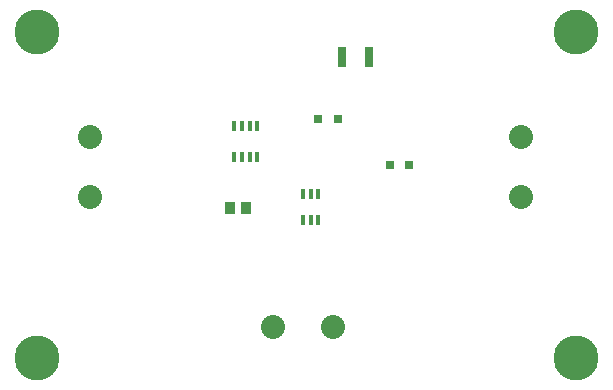
<source format=gbr>
%TF.GenerationSoftware,KiCad,Pcbnew,(6.0.10)*%
%TF.CreationDate,2023-02-03T17:51:54+05:30*%
%TF.ProjectId,protectionCkt,70726f74-6563-4746-996f-6e436b742e6b,rev?*%
%TF.SameCoordinates,Original*%
%TF.FileFunction,Soldermask,Top*%
%TF.FilePolarity,Negative*%
%FSLAX46Y46*%
G04 Gerber Fmt 4.6, Leading zero omitted, Abs format (unit mm)*
G04 Created by KiCad (PCBNEW (6.0.10)) date 2023-02-03 17:51:54*
%MOMM*%
%LPD*%
G01*
G04 APERTURE LIST*
%ADD10R,0.655600X0.800000*%
%ADD11C,3.800000*%
%ADD12C,2.032000*%
%ADD13R,0.838200X1.016000*%
%ADD14R,0.406400X0.876300*%
%ADD15R,0.755599X0.799998*%
%ADD16R,0.698500X1.701800*%
%ADD17R,0.355600X0.876300*%
G04 APERTURE END LIST*
D10*
%TO.C,C1*%
X139765800Y-83566000D03*
X138110200Y-83566000D03*
%TD*%
D11*
%TO.C,REF\u002A\u002A*%
X114300000Y-76200000D03*
%TD*%
D12*
%TO.C,U1*%
X118795800Y-85064600D03*
X118795800Y-90144600D03*
%TD*%
%TO.C,U2*%
X134239000Y-101219000D03*
X139319000Y-101219000D03*
%TD*%
D13*
%TO.C,R1*%
X130670300Y-91109800D03*
X132016500Y-91109800D03*
%TD*%
D14*
%TO.C,U4*%
X132953399Y-84181950D03*
X132303401Y-84181950D03*
X131653399Y-84181950D03*
X131003401Y-84181950D03*
X131003401Y-86810850D03*
X131653399Y-86810850D03*
X132303401Y-86810850D03*
X132953399Y-86810850D03*
%TD*%
D11*
%TO.C,REF\u002A\u002A*%
X159969200Y-103784400D03*
%TD*%
D15*
%TO.C,R2*%
X144221200Y-87452200D03*
X145776798Y-87452200D03*
%TD*%
D16*
%TO.C,LED1*%
X140100050Y-78359000D03*
X142398750Y-78359000D03*
%TD*%
D12*
%TO.C,U5*%
X155270200Y-85064600D03*
X155270200Y-90144600D03*
%TD*%
D11*
%TO.C,REF\u002A\u002A*%
X114300000Y-103835200D03*
%TD*%
%TO.C,REF\u002A\u002A*%
X159893000Y-76200000D03*
%TD*%
D17*
%TO.C,U3*%
X136814801Y-92170250D03*
X137464800Y-92170250D03*
X138114799Y-92170250D03*
X138114799Y-89947750D03*
X137464800Y-89947750D03*
X136814801Y-89947750D03*
%TD*%
M02*

</source>
